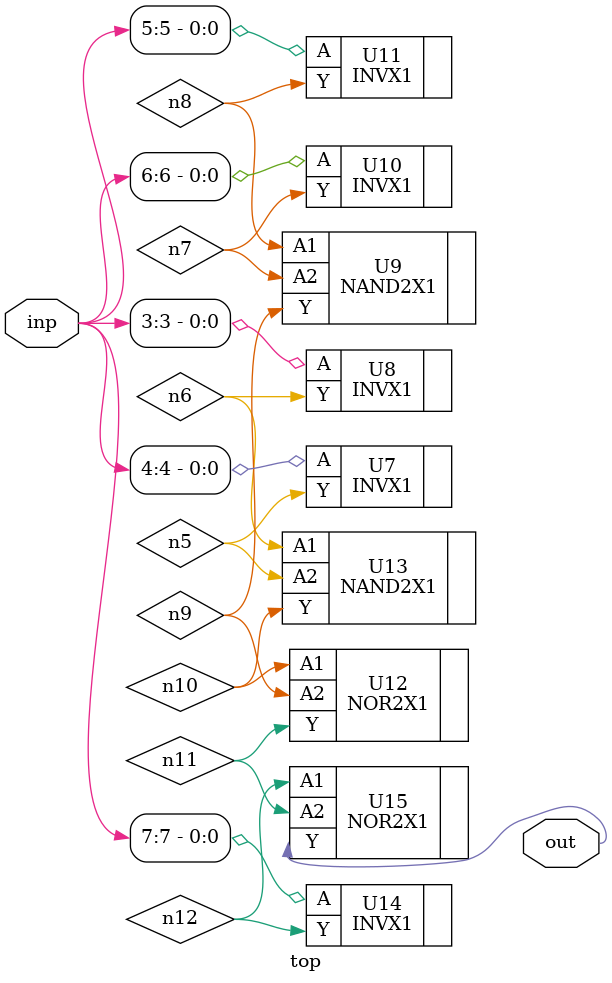
<source format=sv>


module top ( inp, out );
  input [7:0] inp;
  output out;
  wire   n5, n6, n7, n8, n9, n10, n11, n12;

  INVX1 U7 ( .A(inp[4]), .Y(n5) );
  INVX1 U8 ( .A(inp[3]), .Y(n6) );
  NAND2X1 U9 ( .A1(n8), .A2(n7), .Y(n9) );
  INVX1 U10 ( .A(inp[6]), .Y(n7) );
  INVX1 U11 ( .A(inp[5]), .Y(n8) );
  NOR2X1 U12 ( .A1(n10), .A2(n9), .Y(n11) );
  NAND2X1 U13 ( .A1(n6), .A2(n5), .Y(n10) );
  INVX1 U14 ( .A(inp[7]), .Y(n12) );
  NOR2X1 U15 ( .A1(n12), .A2(n11), .Y(out) );
endmodule


</source>
